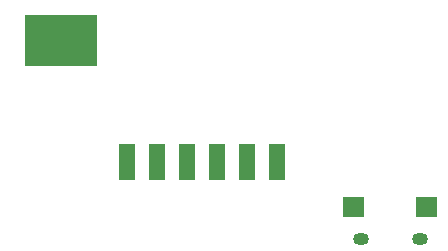
<source format=gbr>
%TF.GenerationSoftware,Novarm,DipTrace,3.0.0.2*%
%TF.CreationDate,2017-10-23T18:09:11+01:00*%
%FSLAX35Y35*%
%MOMM*%
%TF.FileFunction,Soldermask,Bot*%
%TF.Part,Single*%
%AMOUTLINE7*
4,1,4,
-0.495,0.825,
1.25,0.825,
1.25,-0.825,
-0.495,-0.825,
-0.495,0.825,
0*%
%AMOUTLINE10*
4,1,4,
-1.25,-0.825,
-1.25,0.825,
0.495,0.825,
0.495,-0.825,
-1.25,-0.825,
0*%
%ADD57O,1.35X1.05*%
%ADD63R,1.37X3.1*%
%ADD87OUTLINE7*%
%ADD90OUTLINE10*%
G75*
G01*
%LPD*%
D63*
X7618330Y8521236D3*
X7364330D3*
X7110330D3*
X6856330D3*
X6602330D3*
X6348330D3*
D57*
X8830300Y7869806D3*
X8330300D3*
D87*
X8230300Y8139806D3*
D90*
X8930300D3*
G36*
X5492627Y9761056D2*
X6095877D1*
Y9332429D1*
X5492627D1*
Y9761056D1*
G37*
M02*

</source>
